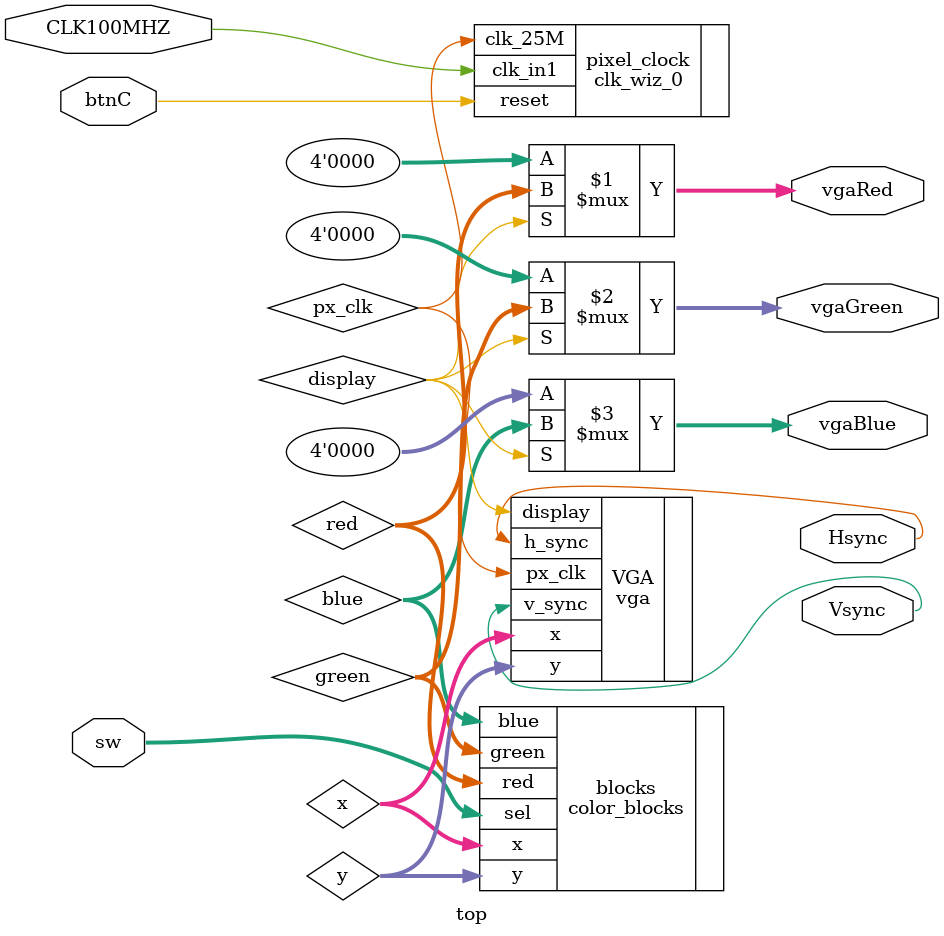
<source format=v>
`timescale 1ns / 1ps

module top (
    input CLK100MHZ,
    input btnC,
    input [1:0] sw,
    output Hsync, 
    output Vsync,
    output [3:0] vgaRed,
    output [3:0] vgaGreen,
    output [3:0] vgaBlue
    );

    wire px_clk;
    clk_wiz_0 pixel_clock (
        .clk_25M(px_clk),   
        .reset(btnC), 
        .clk_in1(CLK100MHZ)
      );
    
    wire [9:0] x;
    wire [8:0] y;
    wire display;
    
    vga VGA( 
        .px_clk (px_clk),  
        .h_sync (Hsync),
        .v_sync (Vsync), 
        .x (x), 
        .y (y), 
        .display (display)
      );
      
    wire [3:0] red;
    wire [3:0] green;
    wire [3:0] blue;
    color_blocks blocks(
        .x (x), .y (y), 
        .sel (sw), 
        .red (red), 
        .green (green),
        .blue (blue)
    );
    
    assign vgaRed   = display ? red   : 4'b0000;
    assign vgaGreen = display ? green : 4'b0000;
    assign vgaBlue  = display ? blue  : 4'b0000;
      
endmodule

</source>
